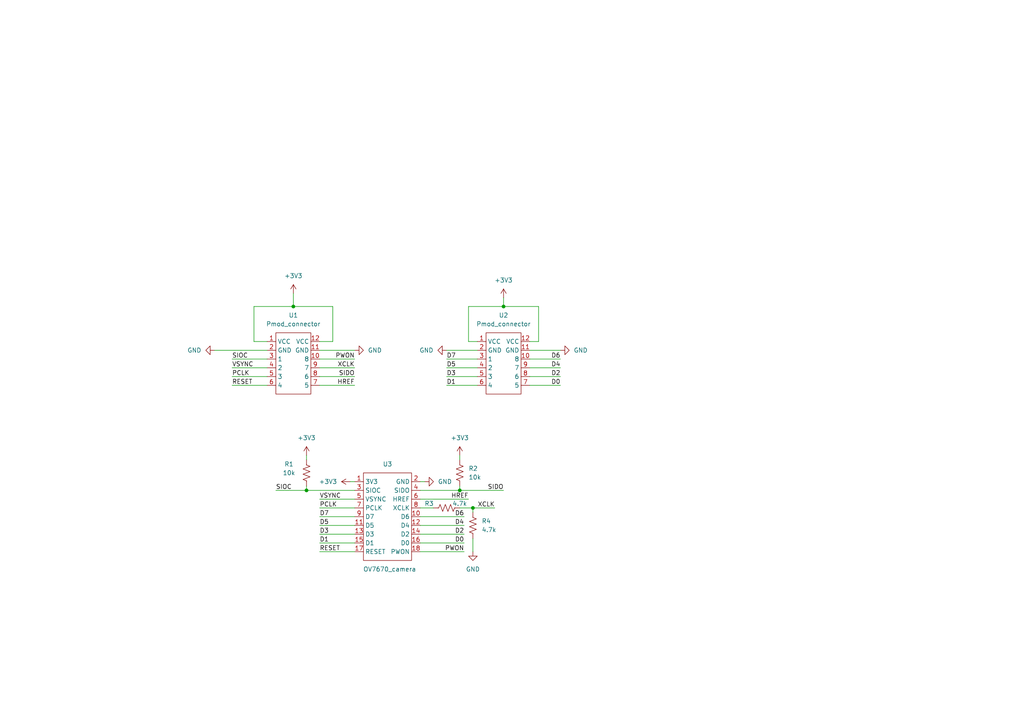
<source format=kicad_sch>
(kicad_sch (version 20230121) (generator eeschema)
  (paper "A4")
  (lib_symbols
    (symbol "Device:R_US" (pin_numbers hide) (pin_names (offset 0))
      (property "Reference" "R" (at 2.54 0 90))
      (property "Value" "R_US" (at -2.54 0 90))
      (symbol "R_US_0_1"
        (polyline (pts (xy 0 -2.286) (xy 0 -2.54)))
        (polyline (pts (xy 0 2.286) (xy 0 2.54)))
        (polyline (pts (xy 0 -0.762) (xy 1.016 -1.143) (xy 0 -1.524) (xy -1.016 -1.905) (xy 0 -2.286)))
        (polyline (pts (xy 0 0.762) (xy 1.016 0.381) (xy 0 0) (xy -1.016 -0.381) (xy 0 -0.762)))
        (polyline (pts (xy 0 2.286) (xy 1.016 1.905) (xy 0 1.524) (xy -1.016 1.143) (xy 0 0.762)))
      )
      (symbol "R_US_1_1"
        (pin passive line (at 0 3.81 270) (length 1.27) (name "~") (number "1"))
        (pin passive line (at 0 -3.81 90) (length 1.27) (name "~") (number "2"))
      )
    )
    (symbol "OV7670:OV7670_camera"
      (property "Reference" "U" (at 0 -15.24 0))
      (symbol "OV7670_camera_0_1"
        (rectangle (start -6.35 12.7) (end 7.62 -12.7))
      )
      (symbol "OV7670_camera_1_1"
        (pin input line (at -8.89 10.16 0) (length 2.54) (name "3V3") (number "1"))
        (pin input line (at 10.16 0 180) (length 2.54) (name "D6") (number "10"))
        (pin input line (at -8.89 -2.54 0) (length 2.54) (name "D5") (number "11"))
        (pin input line (at 10.16 -2.54 180) (length 2.54) (name "D4") (number "12"))
        (pin input line (at -8.89 -5.08 0) (length 2.54) (name "D3") (number "13"))
        (pin input line (at 10.16 -5.08 180) (length 2.54) (name "D2") (number "14"))
        (pin input line (at -8.89 -7.62 0) (length 2.54) (name "D1") (number "15"))
        (pin input line (at 10.16 -7.62 180) (length 2.54) (name "D0") (number "16"))
        (pin input line (at -8.89 -10.16 0) (length 2.54) (name "RESET") (number "17"))
        (pin input line (at 10.16 -10.16 180) (length 2.54) (name "PWON") (number "18"))
        (pin input line (at 10.16 10.16 180) (length 2.54) (name "GND") (number "2"))
        (pin input line (at -8.89 7.62 0) (length 2.54) (name "SIOC") (number "3"))
        (pin input line (at 10.16 7.62 180) (length 2.54) (name "SIDO") (number "4"))
        (pin input line (at -8.89 5.08 0) (length 2.54) (name "VSYNC") (number "5"))
        (pin input line (at 10.16 5.08 180) (length 2.54) (name "HREF") (number "6"))
        (pin input line (at -8.89 2.54 0) (length 2.54) (name "PCLK") (number "7"))
        (pin input line (at 10.16 2.54 180) (length 2.54) (name "XCLK") (number "8"))
        (pin input line (at -8.89 0 0) (length 2.54) (name "D7") (number "9"))
      )
    )
    (symbol "Pmod:Pmod_connector"
      (property "Reference" "U" (at -5.08 13.97 0))
      (property "Value" "Pmod_connector" (at 0 -6.35 0))
      (symbol "Pmod_connector_0_1"
        (rectangle (start -5.08 12.7) (end 5.08 -5.08))
      )
      (symbol "Pmod_connector_1_1"
        (pin power_in line (at -7.62 10.16 0) (length 2.54) (name "VCC") (number "1"))
        (pin bidirectional line (at 7.62 5.08 180) (length 2.54) (name "8") (number "10"))
        (pin power_in line (at 7.62 7.62 180) (length 2.54) (name "GND") (number "11"))
        (pin power_in line (at 7.62 10.16 180) (length 2.54) (name "VCC") (number "12"))
        (pin power_in line (at -7.62 7.62 0) (length 2.54) (name "GND") (number "2"))
        (pin bidirectional line (at -7.62 5.08 0) (length 2.54) (name "1") (number "3"))
        (pin bidirectional line (at -7.62 2.54 0) (length 2.54) (name "2") (number "4"))
        (pin bidirectional line (at -7.62 0 0) (length 2.54) (name "3") (number "5"))
        (pin bidirectional line (at -7.62 -2.54 0) (length 2.54) (name "4") (number "6"))
        (pin bidirectional line (at 7.62 -2.54 180) (length 2.54) (name "5") (number "7"))
        (pin bidirectional line (at 7.62 0 180) (length 2.54) (name "6") (number "8"))
        (pin bidirectional line (at 7.62 2.54 180) (length 2.54) (name "7") (number "9"))
      )
    )
    (symbol "power:+3V3" (power) (pin_names (offset 0))
      (property "Value" "+3V3" (at 0 3.556 0))
      (symbol "+3V3_0_1"
        (polyline (pts (xy -0.762 1.27) (xy 0 2.54)))
        (polyline (pts (xy 0 0) (xy 0 2.54)))
        (polyline (pts (xy 0 2.54) (xy 0.762 1.27)))
      )
      (symbol "+3V3_1_1"
        (pin power_in line (at 0 0 90) (length 0) hide (name "+3V3") (number "1"))
      )
    )
    (symbol "power:GND" (power) (pin_names (offset 0))
      (property "Value" "GND" (at 0 -3.81 0))
      (symbol "GND_0_1"
        (polyline (pts (xy 0 0) (xy 0 -1.27) (xy 1.27 -1.27) (xy 0 -2.54) (xy -1.27 -1.27) (xy 0 -1.27)))
      )
      (symbol "GND_1_1"
        (pin power_in line (at 0 0 270) (length 0) hide (name "GND") (number "1"))
      )
    )
  )
  (junction (at 137.16 147.32))
  (junction (at 85.09 88.9))
  (junction (at 88.9 142.24))
  (junction (at 133.35 142.24))
  (junction (at 146.05 88.9))
  (wire (pts (xy 137.16 148.59) (xy 137.16 147.32)))
  (wire (pts (xy 153.67 104.14) (xy 162.56 104.14)))
  (wire (pts (xy 135.89 99.06) (xy 135.89 88.9)))
  (wire (pts (xy 88.9 132.08) (xy 88.9 133.35)))
  (wire (pts (xy 121.92 152.4) (xy 134.62 152.4)))
  (wire (pts (xy 129.54 104.14) (xy 138.43 104.14)))
  (wire (pts (xy 73.66 99.06) (xy 73.66 88.9)))
  (wire (pts (xy 73.66 88.9) (xy 85.09 88.9)))
  (wire (pts (xy 92.71 111.76) (xy 102.87 111.76)))
  (wire (pts (xy 146.05 88.9) (xy 156.21 88.9)))
  (wire (pts (xy 88.9 142.24) (xy 102.87 142.24)))
  (wire (pts (xy 137.16 156.21) (xy 137.16 160.02)))
  (wire (pts (xy 92.71 149.86) (xy 102.87 149.86)))
  (wire (pts (xy 92.71 101.6) (xy 102.87 101.6)))
  (wire (pts (xy 133.35 142.24) (xy 133.35 140.97)))
  (wire (pts (xy 62.23 101.6) (xy 77.47 101.6)))
  (wire (pts (xy 92.71 144.78) (xy 102.87 144.78)))
  (wire (pts (xy 96.52 99.06) (xy 92.71 99.06)))
  (wire (pts (xy 129.54 101.6) (xy 138.43 101.6)))
  (wire (pts (xy 133.35 142.24) (xy 146.05 142.24)))
  (wire (pts (xy 121.92 157.48) (xy 134.62 157.48)))
  (wire (pts (xy 153.67 101.6) (xy 162.56 101.6)))
  (wire (pts (xy 146.05 86.36) (xy 146.05 88.9)))
  (wire (pts (xy 85.09 88.9) (xy 96.52 88.9)))
  (wire (pts (xy 129.54 106.68) (xy 138.43 106.68)))
  (wire (pts (xy 92.71 104.14) (xy 102.87 104.14)))
  (wire (pts (xy 121.92 160.02) (xy 134.62 160.02)))
  (wire (pts (xy 121.92 147.32) (xy 125.73 147.32)))
  (wire (pts (xy 92.71 106.68) (xy 102.87 106.68)))
  (wire (pts (xy 156.21 88.9) (xy 156.21 99.06)))
  (wire (pts (xy 77.47 99.06) (xy 73.66 99.06)))
  (wire (pts (xy 121.92 142.24) (xy 133.35 142.24)))
  (wire (pts (xy 137.16 147.32) (xy 133.35 147.32)))
  (wire (pts (xy 153.67 109.22) (xy 162.56 109.22)))
  (wire (pts (xy 92.71 157.48) (xy 102.87 157.48)))
  (wire (pts (xy 156.21 99.06) (xy 153.67 99.06)))
  (wire (pts (xy 85.09 85.09) (xy 85.09 88.9)))
  (wire (pts (xy 92.71 154.94) (xy 102.87 154.94)))
  (wire (pts (xy 67.31 106.68) (xy 77.47 106.68)))
  (wire (pts (xy 129.54 109.22) (xy 138.43 109.22)))
  (wire (pts (xy 92.71 109.22) (xy 102.87 109.22)))
  (wire (pts (xy 88.9 140.97) (xy 88.9 142.24)))
  (wire (pts (xy 153.67 106.68) (xy 162.56 106.68)))
  (wire (pts (xy 133.35 132.08) (xy 133.35 133.35)))
  (wire (pts (xy 121.92 144.78) (xy 135.89 144.78)))
  (wire (pts (xy 101.6 139.7) (xy 102.87 139.7)))
  (wire (pts (xy 135.89 88.9) (xy 146.05 88.9)))
  (wire (pts (xy 121.92 154.94) (xy 134.62 154.94)))
  (wire (pts (xy 138.43 99.06) (xy 135.89 99.06)))
  (wire (pts (xy 67.31 104.14) (xy 77.47 104.14)))
  (wire (pts (xy 80.01 142.24) (xy 88.9 142.24)))
  (wire (pts (xy 67.31 109.22) (xy 77.47 109.22)))
  (wire (pts (xy 121.92 139.7) (xy 123.19 139.7)))
  (wire (pts (xy 153.67 111.76) (xy 162.56 111.76)))
  (wire (pts (xy 121.92 149.86) (xy 134.62 149.86)))
  (wire (pts (xy 92.71 152.4) (xy 102.87 152.4)))
  (wire (pts (xy 67.31 111.76) (xy 77.47 111.76)))
  (wire (pts (xy 96.52 88.9) (xy 96.52 99.06)))
  (wire (pts (xy 92.71 147.32) (xy 102.87 147.32)))
  (wire (pts (xy 92.71 160.02) (xy 102.87 160.02)))
  (wire (pts (xy 137.16 147.32) (xy 143.51 147.32)))
  (wire (pts (xy 129.54 111.76) (xy 138.43 111.76)))
  (label "VSYNC" (at 92.71 144.78 0))
  (label "XCLK" (at 143.51 147.32 180))
  (label "D3" (at 92.71 154.94 0))
  (label "D0" (at 162.56 111.76 180))
  (label "D2" (at 134.62 154.94 180))
  (label "PWON" (at 134.62 160.02 180))
  (label "D4" (at 134.62 152.4 180))
  (label "D3" (at 129.54 109.22 0))
  (label "HREF" (at 135.89 144.78 180))
  (label "D6" (at 134.62 149.86 180))
  (label "D1" (at 92.71 157.48 0))
  (label "D5" (at 129.54 106.68 0))
  (label "PWON" (at 102.87 104.14 180))
  (label "D4" (at 162.56 106.68 180))
  (label "HREF" (at 102.87 111.76 180))
  (label "SIOC" (at 67.31 104.14 0))
  (label "VSYNC" (at 67.31 106.68 0))
  (label "D0" (at 134.62 157.48 180))
  (label "SIDO" (at 146.05 142.24 180))
  (label "SIDO" (at 102.87 109.22 180))
  (label "D1" (at 129.54 111.76 0))
  (label "D7" (at 92.71 149.86 0))
  (label "SIOC" (at 80.01 142.24 0))
  (label "RESET" (at 67.31 111.76 0))
  (label "PCLK" (at 92.71 147.32 0))
  (label "XCLK" (at 102.87 106.68 180))
  (label "D7" (at 129.54 104.14 0))
  (label "RESET" (at 92.71 160.02 0))
  (label "PCLK" (at 67.31 109.22 0))
  (label "D2" (at 162.56 109.22 180))
  (label "D5" (at 92.71 152.4 0))
  (label "D6" (at 162.56 104.14 180))
  (symbol (lib_id "power:GND") (at 62.23 101.6 270) (unit 1)
    (property "Reference" "#PWR04" (effects hide))
    (property "Value" "GND" (at 58.42 101.6 90) (effects (justify right)))
  )
  (symbol (lib_id "power:+3V3") (at 133.35 132.08 0) (unit 1)
    (property "Reference" "#PWR011" (effects hide))
    (property "Value" "+3V3" (at 133.35 127 0))
  )
  (symbol (lib_id "Device:R_US") (at 88.9 137.16 180) (unit 1)
    (property "Reference" "R1" (at 83.82 134.62 0))
    (property "Value" "10k" (at 83.82 137.16 0))
    (property "Footprint" "Resistor_SMD:R_0805_2012Metric" (effects hide))
  )
  (symbol (lib_id "power:GND") (at 123.19 139.7 90) (unit 1)
    (property "Reference" "#PWR02" (effects hide))
    (property "Value" "GND" (at 127 139.7 90) (effects (justify right)))
  )
  (symbol (lib_id "power:GND") (at 162.56 101.6 90) (unit 1)
    (property "Reference" "#PWR05" (effects hide))
    (property "Value" "GND" (at 166.37 101.6 90) (effects (justify right)))
  )
  (symbol (lib_id "power:GND") (at 137.16 160.02 0) (unit 1)
    (property "Reference" "#PWR09" (effects hide))
    (property "Value" "GND" (at 137.16 165.1 0))
  )
  (symbol (lib_id "power:+3V3") (at 146.05 86.36 0) (unit 1)
    (property "Reference" "#PWR07" (effects hide))
    (property "Value" "+3V3" (at 146.05 81.28 0))
  )
  (symbol (lib_id "power:+3V3") (at 88.9 132.08 0) (unit 1)
    (property "Reference" "#PWR010" (effects hide))
    (property "Value" "+3V3" (at 88.9 127 0))
  )
  (symbol (lib_id "power:GND") (at 102.87 101.6 90) (unit 1)
    (property "Reference" "#PWR03" (effects hide))
    (property "Value" "GND" (at 106.68 101.6 90) (effects (justify right)))
  )
  (symbol (lib_id "power:GND") (at 129.54 101.6 270) (unit 1)
    (property "Reference" "#PWR06" (effects hide))
    (property "Value" "GND" (at 125.73 101.6 90) (effects (justify right)))
  )
  (symbol (lib_id "Pmod:Pmod_connector") (at 146.05 109.22 0) (unit 1)
    (property "Reference" "U2" (at 146.05 91.44 0))
    (property "Value" "Pmod_connector" (at 146.05 93.98 0))
    (property "Footprint" "Pmod:PMOD_EXTENSION_BOARD" (effects hide))
  )
  (symbol (lib_id "OV7670:OV7670_camera") (at 111.76 149.86 0) (unit 1)
    (property "Reference" "U3" (at 112.395 134.62 0))
    (property "Value" "OV7670_camera" (at 113.03 165.1 0))
    (property "Footprint" "OV7670_camera:OV7670_camera" (effects hide))
  )
  (symbol (lib_id "Device:R_US") (at 137.16 152.4 0) (unit 1)
    (property "Reference" "R4" (at 139.7 151.13 0) (effects (justify left)))
    (property "Value" "4.7k" (at 139.7 153.67 0) (effects (justify left)))
    (property "Footprint" "Resistor_SMD:R_0805_2012Metric" (effects hide))
  )
  (symbol (lib_id "power:+3V3") (at 101.6 139.7 90) (unit 1)
    (property "Reference" "#PWR08" (effects hide))
    (property "Value" "+3V3" (at 97.79 139.7 90) (effects (justify left)))
  )
  (symbol (lib_id "Device:R_US") (at 133.35 137.16 0) (unit 1)
    (property "Reference" "R2" (at 135.89 135.89 0) (effects (justify left)))
    (property "Value" "10k" (at 135.89 138.43 0) (effects (justify left)))
    (property "Footprint" "Resistor_SMD:R_0805_2012Metric" (effects hide))
  )
  (symbol (lib_id "Pmod:Pmod_connector") (at 85.09 109.22 0) (unit 1)
    (property "Reference" "U1" (at 85.09 91.44 0))
    (property "Value" "Pmod_connector" (at 85.09 93.98 0))
    (property "Footprint" "Pmod:PMOD_EXTENSION_BOARD" (effects hide))
  )
  (symbol (lib_id "power:+3V3") (at 85.09 85.09 0) (unit 1)
    (property "Reference" "#PWR01" (effects hide))
    (property "Value" "+3V3" (at 85.09 80.01 0))
  )
  (symbol (lib_id "Device:R_US") (at 129.54 147.32 90) (unit 1)
    (property "Reference" "R3" (at 124.46 146.05 90))
    (property "Value" "4.7k" (at 133.35 146.05 90))
    (property "Footprint" "Resistor_SMD:R_0805_2012Metric" (effects hide))
  )
)
</source>
